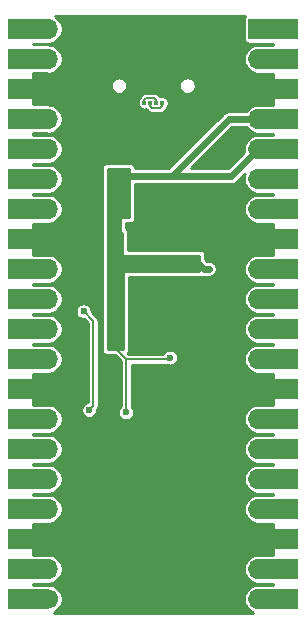
<source format=gbl>
G04 #@! TF.GenerationSoftware,KiCad,Pcbnew,(5.1.10)-1*
G04 #@! TF.CreationDate,2021-07-31T08:12:49+01:00*
G04 #@! TF.ProjectId,STM32Pico,53544d33-3250-4696-936f-2e6b69636164,REV1*
G04 #@! TF.SameCoordinates,Original*
G04 #@! TF.FileFunction,Copper,L2,Bot*
G04 #@! TF.FilePolarity,Positive*
%FSLAX46Y46*%
G04 Gerber Fmt 4.6, Leading zero omitted, Abs format (unit mm)*
G04 Created by KiCad (PCBNEW (5.1.10)-1) date 2021-07-31 08:12:49*
%MOMM*%
%LPD*%
G01*
G04 APERTURE LIST*
G04 #@! TA.AperFunction,ComponentPad*
%ADD10O,1.000000X2.100000*%
G04 #@! TD*
G04 #@! TA.AperFunction,ComponentPad*
%ADD11O,1.000000X1.600000*%
G04 #@! TD*
G04 #@! TA.AperFunction,ComponentPad*
%ADD12O,1.700000X1.700000*%
G04 #@! TD*
G04 #@! TA.AperFunction,ComponentPad*
%ADD13R,1.700000X1.700000*%
G04 #@! TD*
G04 #@! TA.AperFunction,ComponentPad*
%ADD14R,3.500000X1.700000*%
G04 #@! TD*
G04 #@! TA.AperFunction,ComponentPad*
%ADD15C,1.700000*%
G04 #@! TD*
G04 #@! TA.AperFunction,ViaPad*
%ADD16C,0.600000*%
G04 #@! TD*
G04 #@! TA.AperFunction,ViaPad*
%ADD17C,0.400000*%
G04 #@! TD*
G04 #@! TA.AperFunction,Conductor*
%ADD18C,0.150000*%
G04 #@! TD*
G04 #@! TA.AperFunction,Conductor*
%ADD19C,0.600000*%
G04 #@! TD*
G04 #@! TA.AperFunction,Conductor*
%ADD20C,0.254000*%
G04 #@! TD*
G04 APERTURE END LIST*
D10*
X107960000Y-64057200D03*
X99320000Y-64057200D03*
D11*
X107960000Y-59877200D03*
X99320000Y-59877200D03*
D12*
X112550000Y-106985000D03*
X112550000Y-104445000D03*
D13*
X112550000Y-101905000D03*
D12*
X112550000Y-99365000D03*
X112550000Y-96825000D03*
X112550000Y-94285000D03*
X112550000Y-91745000D03*
D13*
X112550000Y-89205000D03*
D12*
X112550000Y-86665000D03*
X112550000Y-84125000D03*
X112550000Y-81585000D03*
X112550000Y-79045000D03*
D13*
X112550000Y-76505000D03*
D12*
X112550000Y-73965000D03*
X112550000Y-71425000D03*
X112550000Y-68885000D03*
X112550000Y-66345000D03*
D13*
X112550000Y-63805000D03*
D12*
X112550000Y-61265000D03*
D13*
X112550000Y-58725000D03*
D14*
X114250000Y-99365000D03*
X114250000Y-101905000D03*
X114250000Y-96825000D03*
X114250000Y-104445000D03*
X114250000Y-94285000D03*
X114250000Y-106985000D03*
X114250000Y-86665000D03*
X114250000Y-91745000D03*
X114250000Y-84125000D03*
X114250000Y-73965000D03*
X114250000Y-71425000D03*
X114250000Y-68885000D03*
X114250000Y-61265000D03*
X114250000Y-89205000D03*
X114250000Y-76505000D03*
X114250000Y-63805000D03*
X114250000Y-58725000D03*
X114250000Y-79045000D03*
X114250000Y-66345000D03*
X114250000Y-81585000D03*
D12*
X94750000Y-58725000D03*
X94750000Y-61265000D03*
D13*
X94750000Y-63805000D03*
D12*
X94750000Y-66345000D03*
X94750000Y-68885000D03*
X94750000Y-71425000D03*
X94750000Y-73965000D03*
D13*
X94750000Y-76505000D03*
D12*
X94750000Y-79045000D03*
X94750000Y-81585000D03*
X94750000Y-84125000D03*
X94750000Y-86665000D03*
D13*
X94750000Y-89205000D03*
D12*
X94750000Y-91745000D03*
X94750000Y-94285000D03*
X94750000Y-96825000D03*
X94750000Y-99365000D03*
D13*
X94750000Y-101905000D03*
D12*
X94750000Y-104445000D03*
D15*
X94750000Y-106985000D03*
D14*
X93050000Y-104445000D03*
X93050000Y-73965000D03*
X93050000Y-99365000D03*
X93050000Y-94285000D03*
X93050000Y-89205000D03*
X93050000Y-86665000D03*
X93050000Y-71425000D03*
X93060000Y-79045000D03*
X93050000Y-68885000D03*
X93050000Y-61255000D03*
X93050000Y-66335000D03*
X93040000Y-91745000D03*
X93050000Y-96825000D03*
X93050000Y-81585000D03*
X93050000Y-76505000D03*
X93050000Y-106985000D03*
X93050000Y-84125000D03*
X93050000Y-63805000D03*
X93050000Y-101905000D03*
X93050000Y-58725000D03*
D16*
X98671760Y-67376240D03*
X98930840Y-71191320D03*
X101491160Y-67955360D03*
X108339000Y-78054400D03*
X109253400Y-79984800D03*
X103040560Y-88107720D03*
X96779460Y-82616240D03*
X103645080Y-81879640D03*
X97061400Y-92202200D03*
X96395920Y-83967520D03*
X96639760Y-80576620D03*
X106002200Y-87071400D03*
X110421800Y-104013200D03*
X110625000Y-96317000D03*
X110752000Y-94158000D03*
X110752000Y-91440200D03*
X99423600Y-89662200D03*
X110269400Y-72822000D03*
X96248600Y-73050600D03*
X96502600Y-69367600D03*
X109482000Y-69697800D03*
X107462700Y-85280700D03*
X107312840Y-105638800D03*
X99906200Y-93553480D03*
X96624520Y-65542360D03*
X96307020Y-60294720D03*
X101354000Y-91186200D03*
X105062400Y-86538000D03*
X107196000Y-78283000D03*
X100172900Y-85496600D03*
X100261800Y-78435400D03*
X101379400Y-74384100D03*
X100805400Y-71193100D03*
X108337700Y-79018300D03*
X97744600Y-82626400D03*
X98229800Y-90962100D03*
D17*
X103894000Y-64973400D03*
X102890700Y-64973400D03*
X104402000Y-64973400D03*
X103391080Y-64973400D03*
D18*
X101354000Y-86677700D02*
X100172900Y-85496600D01*
X101354000Y-91186200D02*
X101354000Y-86677700D01*
X104922700Y-86677700D02*
X105062400Y-86538000D01*
X101354000Y-86677700D02*
X104922700Y-86677700D01*
D19*
X100805400Y-71193100D02*
X105218100Y-71193100D01*
X110066200Y-66345000D02*
X113714990Y-66345000D01*
X105218100Y-71193100D02*
X110066200Y-66345000D01*
X110241900Y-71193100D02*
X112550000Y-68885000D01*
X105218100Y-71193100D02*
X110241900Y-71193100D01*
X107931300Y-79018300D02*
X107196000Y-78283000D01*
X108337700Y-79018300D02*
X107931300Y-79018300D01*
D18*
X98560000Y-83441800D02*
X97744600Y-82626400D01*
X98560000Y-90631900D02*
X98229800Y-90962100D01*
X98560000Y-83441800D02*
X98560000Y-90631900D01*
X103894000Y-64690558D02*
X103894000Y-64973400D01*
X103751841Y-64548399D02*
X103894000Y-64690558D01*
X103032859Y-64548399D02*
X103751841Y-64548399D01*
X102890700Y-64690558D02*
X103032859Y-64548399D01*
X102890700Y-64973400D02*
X102890700Y-64690558D01*
X104402000Y-65256242D02*
X104402000Y-64973400D01*
X104259841Y-65398401D02*
X104402000Y-65256242D01*
X103533239Y-65398401D02*
X104259841Y-65398401D01*
X103391080Y-65256242D02*
X103533239Y-65398401D01*
X103391080Y-64973400D02*
X103391080Y-65256242D01*
D20*
X111385019Y-57664537D02*
X111350012Y-57730030D01*
X111328455Y-57801095D01*
X111321176Y-57875000D01*
X111321176Y-59575000D01*
X111328455Y-59648905D01*
X111350012Y-59719970D01*
X111385019Y-59785463D01*
X111432131Y-59842869D01*
X111489537Y-59889981D01*
X111555030Y-59924988D01*
X111626095Y-59946545D01*
X111700000Y-59953824D01*
X113788001Y-59953824D01*
X113788001Y-60036176D01*
X112500000Y-60036176D01*
X112481481Y-60038000D01*
X112429151Y-60038000D01*
X112192097Y-60085153D01*
X111968798Y-60177647D01*
X111767833Y-60311927D01*
X111596927Y-60482833D01*
X111462647Y-60683798D01*
X111370153Y-60907097D01*
X111323000Y-61144151D01*
X111323000Y-61385849D01*
X111370153Y-61622903D01*
X111462647Y-61846202D01*
X111596927Y-62047167D01*
X111767833Y-62218073D01*
X111968798Y-62352353D01*
X112192097Y-62444847D01*
X112429151Y-62492000D01*
X112481481Y-62492000D01*
X112500000Y-62493824D01*
X113788001Y-62493824D01*
X113788001Y-65116176D01*
X112500000Y-65116176D01*
X112481481Y-65118000D01*
X112429151Y-65118000D01*
X112192097Y-65165153D01*
X111968798Y-65257647D01*
X111767833Y-65391927D01*
X111596927Y-65562833D01*
X111526657Y-65668000D01*
X110099452Y-65668000D01*
X110066200Y-65664725D01*
X109933485Y-65677796D01*
X109805870Y-65716508D01*
X109688259Y-65779372D01*
X109641173Y-65818015D01*
X109585173Y-65863973D01*
X109563978Y-65889799D01*
X104937678Y-70516100D01*
X102074102Y-70516100D01*
X102073898Y-70446001D01*
X102066656Y-70373551D01*
X102045203Y-70302828D01*
X102010364Y-70237650D01*
X101963479Y-70180521D01*
X101906350Y-70133636D01*
X101841172Y-70098797D01*
X101770449Y-70077344D01*
X101696900Y-70070100D01*
X99677600Y-70070100D01*
X99604051Y-70077344D01*
X99533328Y-70098797D01*
X99468150Y-70133636D01*
X99411021Y-70180521D01*
X99364136Y-70237650D01*
X99329297Y-70302828D01*
X99307844Y-70373551D01*
X99300600Y-70447100D01*
X99300600Y-78918000D01*
X99287901Y-85953119D01*
X99295144Y-86027349D01*
X99316597Y-86098072D01*
X99351436Y-86163250D01*
X99398321Y-86220379D01*
X99455450Y-86267264D01*
X99520628Y-86302103D01*
X99591351Y-86323556D01*
X99664900Y-86330800D01*
X100367877Y-86330800D01*
X100902001Y-86864925D01*
X100902000Y-90680777D01*
X100828140Y-90754637D01*
X100754050Y-90865520D01*
X100703016Y-90988726D01*
X100677000Y-91119521D01*
X100677000Y-91252879D01*
X100703016Y-91383674D01*
X100754050Y-91506880D01*
X100828140Y-91617763D01*
X100922437Y-91712060D01*
X101033320Y-91786150D01*
X101156526Y-91837184D01*
X101287321Y-91863200D01*
X101420679Y-91863200D01*
X101551474Y-91837184D01*
X101674680Y-91786150D01*
X101785563Y-91712060D01*
X101879860Y-91617763D01*
X101953950Y-91506880D01*
X102004984Y-91383674D01*
X102031000Y-91252879D01*
X102031000Y-91119521D01*
X102004984Y-90988726D01*
X101953950Y-90865520D01*
X101879860Y-90754637D01*
X101806000Y-90680777D01*
X101806000Y-87129700D01*
X104729373Y-87129700D01*
X104741720Y-87137950D01*
X104864926Y-87188984D01*
X104995721Y-87215000D01*
X105129079Y-87215000D01*
X105259874Y-87188984D01*
X105383080Y-87137950D01*
X105493963Y-87063860D01*
X105588260Y-86969563D01*
X105662350Y-86858680D01*
X105713384Y-86735474D01*
X105739400Y-86604679D01*
X105739400Y-86471321D01*
X105713384Y-86340526D01*
X105662350Y-86217320D01*
X105588260Y-86106437D01*
X105493963Y-86012140D01*
X105383080Y-85938050D01*
X105259874Y-85887016D01*
X105129079Y-85861000D01*
X104995721Y-85861000D01*
X104864926Y-85887016D01*
X104741720Y-85938050D01*
X104630837Y-86012140D01*
X104536540Y-86106437D01*
X104462450Y-86217320D01*
X104458979Y-86225700D01*
X101541224Y-86225700D01*
X101491757Y-86176233D01*
X101501985Y-86163815D01*
X101536942Y-86098700D01*
X101558523Y-86028016D01*
X101565899Y-85954481D01*
X101577095Y-79752200D01*
X107678600Y-79752200D01*
X107752149Y-79744956D01*
X107822872Y-79723503D01*
X107879122Y-79693436D01*
X107898048Y-79695300D01*
X107898057Y-79695300D01*
X107931299Y-79698574D01*
X107964541Y-79695300D01*
X108404379Y-79695300D01*
X108437164Y-79688779D01*
X108470415Y-79685504D01*
X108502385Y-79675806D01*
X108535174Y-79669284D01*
X108566064Y-79656489D01*
X108598030Y-79646792D01*
X108627492Y-79631044D01*
X108658380Y-79618250D01*
X108686176Y-79599677D01*
X108715641Y-79583928D01*
X108741469Y-79562732D01*
X108769263Y-79544160D01*
X108792901Y-79520522D01*
X108818727Y-79499327D01*
X108839922Y-79473501D01*
X108863560Y-79449863D01*
X108882132Y-79422069D01*
X108903328Y-79396241D01*
X108919077Y-79366776D01*
X108937650Y-79338980D01*
X108950444Y-79308092D01*
X108966192Y-79278630D01*
X108975889Y-79246664D01*
X108988684Y-79215774D01*
X108995206Y-79182985D01*
X109004904Y-79151015D01*
X109008179Y-79117764D01*
X109014700Y-79084979D01*
X109014700Y-79051552D01*
X109017975Y-79018300D01*
X109014700Y-78985048D01*
X109014700Y-78951621D01*
X109008179Y-78918836D01*
X109004904Y-78885585D01*
X108995206Y-78853615D01*
X108988684Y-78820826D01*
X108975889Y-78789936D01*
X108966192Y-78757970D01*
X108950444Y-78728508D01*
X108937650Y-78697620D01*
X108919077Y-78669824D01*
X108903328Y-78640359D01*
X108882132Y-78614531D01*
X108863560Y-78586737D01*
X108839922Y-78563099D01*
X108818727Y-78537273D01*
X108792901Y-78516078D01*
X108769263Y-78492440D01*
X108741469Y-78473868D01*
X108715641Y-78452672D01*
X108686176Y-78436923D01*
X108658380Y-78418350D01*
X108627492Y-78405556D01*
X108598030Y-78389808D01*
X108566064Y-78380111D01*
X108535174Y-78367316D01*
X108502385Y-78360794D01*
X108470415Y-78351096D01*
X108437164Y-78347821D01*
X108404379Y-78341300D01*
X108211722Y-78341300D01*
X108055600Y-78185178D01*
X108055600Y-77775000D01*
X108048356Y-77701451D01*
X108026903Y-77630728D01*
X107992064Y-77565550D01*
X107945179Y-77508421D01*
X107888050Y-77461536D01*
X107822872Y-77426697D01*
X107752149Y-77405244D01*
X107678600Y-77398000D01*
X101489700Y-77398000D01*
X101489700Y-75844600D01*
X101482456Y-75771051D01*
X101461003Y-75700328D01*
X101426164Y-75635150D01*
X101379279Y-75578021D01*
X101350000Y-75553992D01*
X101350000Y-75180200D01*
X101709600Y-75180200D01*
X101784227Y-75172740D01*
X101854886Y-75151080D01*
X101919963Y-75116052D01*
X101976955Y-75069001D01*
X102023673Y-75011735D01*
X102058322Y-74946456D01*
X102079569Y-74875671D01*
X102086598Y-74802101D01*
X102078050Y-71870100D01*
X105184855Y-71870100D01*
X105218100Y-71873374D01*
X105251345Y-71870100D01*
X110208655Y-71870100D01*
X110241900Y-71873374D01*
X110275145Y-71870100D01*
X110275152Y-71870100D01*
X110374615Y-71860304D01*
X110502230Y-71821592D01*
X110619841Y-71758728D01*
X110722927Y-71674127D01*
X110744126Y-71648296D01*
X111401851Y-70990571D01*
X111370153Y-71067097D01*
X111323000Y-71304151D01*
X111323000Y-71545849D01*
X111370153Y-71782903D01*
X111462647Y-72006202D01*
X111596927Y-72207167D01*
X111767833Y-72378073D01*
X111968798Y-72512353D01*
X112192097Y-72604847D01*
X112429151Y-72652000D01*
X112481481Y-72652000D01*
X112500000Y-72653824D01*
X113788001Y-72653824D01*
X113788001Y-72736176D01*
X112500000Y-72736176D01*
X112481481Y-72738000D01*
X112429151Y-72738000D01*
X112192097Y-72785153D01*
X111968798Y-72877647D01*
X111767833Y-73011927D01*
X111596927Y-73182833D01*
X111462647Y-73383798D01*
X111370153Y-73607097D01*
X111323000Y-73844151D01*
X111323000Y-74085849D01*
X111370153Y-74322903D01*
X111462647Y-74546202D01*
X111596927Y-74747167D01*
X111767833Y-74918073D01*
X111968798Y-75052353D01*
X112192097Y-75144847D01*
X112429151Y-75192000D01*
X112481481Y-75192000D01*
X112500000Y-75193824D01*
X113788001Y-75193824D01*
X113788001Y-77816176D01*
X112500000Y-77816176D01*
X112481481Y-77818000D01*
X112429151Y-77818000D01*
X112192097Y-77865153D01*
X111968798Y-77957647D01*
X111767833Y-78091927D01*
X111596927Y-78262833D01*
X111462647Y-78463798D01*
X111370153Y-78687097D01*
X111323000Y-78924151D01*
X111323000Y-79165849D01*
X111370153Y-79402903D01*
X111462647Y-79626202D01*
X111596927Y-79827167D01*
X111767833Y-79998073D01*
X111968798Y-80132353D01*
X112192097Y-80224847D01*
X112429151Y-80272000D01*
X112481481Y-80272000D01*
X112500000Y-80273824D01*
X113788001Y-80273824D01*
X113788001Y-80356176D01*
X112500000Y-80356176D01*
X112481481Y-80358000D01*
X112429151Y-80358000D01*
X112192097Y-80405153D01*
X111968798Y-80497647D01*
X111767833Y-80631927D01*
X111596927Y-80802833D01*
X111462647Y-81003798D01*
X111370153Y-81227097D01*
X111323000Y-81464151D01*
X111323000Y-81705849D01*
X111370153Y-81942903D01*
X111462647Y-82166202D01*
X111596927Y-82367167D01*
X111767833Y-82538073D01*
X111968798Y-82672353D01*
X112192097Y-82764847D01*
X112429151Y-82812000D01*
X112481481Y-82812000D01*
X112500000Y-82813824D01*
X113788001Y-82813824D01*
X113788000Y-82896176D01*
X112500000Y-82896176D01*
X112481481Y-82898000D01*
X112429151Y-82898000D01*
X112192097Y-82945153D01*
X111968798Y-83037647D01*
X111767833Y-83171927D01*
X111596927Y-83342833D01*
X111462647Y-83543798D01*
X111370153Y-83767097D01*
X111323000Y-84004151D01*
X111323000Y-84245849D01*
X111370153Y-84482903D01*
X111462647Y-84706202D01*
X111596927Y-84907167D01*
X111767833Y-85078073D01*
X111968798Y-85212353D01*
X112192097Y-85304847D01*
X112429151Y-85352000D01*
X112481481Y-85352000D01*
X112500000Y-85353824D01*
X113788000Y-85353824D01*
X113788000Y-85436176D01*
X112500000Y-85436176D01*
X112481481Y-85438000D01*
X112429151Y-85438000D01*
X112192097Y-85485153D01*
X111968798Y-85577647D01*
X111767833Y-85711927D01*
X111596927Y-85882833D01*
X111462647Y-86083798D01*
X111370153Y-86307097D01*
X111323000Y-86544151D01*
X111323000Y-86785849D01*
X111370153Y-87022903D01*
X111462647Y-87246202D01*
X111596927Y-87447167D01*
X111767833Y-87618073D01*
X111968798Y-87752353D01*
X112192097Y-87844847D01*
X112429151Y-87892000D01*
X112481481Y-87892000D01*
X112500000Y-87893824D01*
X113788000Y-87893824D01*
X113788000Y-90516176D01*
X112500000Y-90516176D01*
X112481481Y-90518000D01*
X112429151Y-90518000D01*
X112192097Y-90565153D01*
X111968798Y-90657647D01*
X111767833Y-90791927D01*
X111596927Y-90962833D01*
X111462647Y-91163798D01*
X111370153Y-91387097D01*
X111323000Y-91624151D01*
X111323000Y-91865849D01*
X111370153Y-92102903D01*
X111462647Y-92326202D01*
X111596927Y-92527167D01*
X111767833Y-92698073D01*
X111968798Y-92832353D01*
X112192097Y-92924847D01*
X112429151Y-92972000D01*
X112481481Y-92972000D01*
X112500000Y-92973824D01*
X113788000Y-92973824D01*
X113788000Y-93056176D01*
X112500000Y-93056176D01*
X112481481Y-93058000D01*
X112429151Y-93058000D01*
X112192097Y-93105153D01*
X111968798Y-93197647D01*
X111767833Y-93331927D01*
X111596927Y-93502833D01*
X111462647Y-93703798D01*
X111370153Y-93927097D01*
X111323000Y-94164151D01*
X111323000Y-94405849D01*
X111370153Y-94642903D01*
X111462647Y-94866202D01*
X111596927Y-95067167D01*
X111767833Y-95238073D01*
X111968798Y-95372353D01*
X112192097Y-95464847D01*
X112429151Y-95512000D01*
X112481481Y-95512000D01*
X112500000Y-95513824D01*
X113788000Y-95513824D01*
X113788000Y-95596176D01*
X112500000Y-95596176D01*
X112481481Y-95598000D01*
X112429151Y-95598000D01*
X112192097Y-95645153D01*
X111968798Y-95737647D01*
X111767833Y-95871927D01*
X111596927Y-96042833D01*
X111462647Y-96243798D01*
X111370153Y-96467097D01*
X111323000Y-96704151D01*
X111323000Y-96945849D01*
X111370153Y-97182903D01*
X111462647Y-97406202D01*
X111596927Y-97607167D01*
X111767833Y-97778073D01*
X111968798Y-97912353D01*
X112192097Y-98004847D01*
X112429151Y-98052000D01*
X112481481Y-98052000D01*
X112500000Y-98053824D01*
X113788000Y-98053824D01*
X113788000Y-98136176D01*
X112500000Y-98136176D01*
X112481481Y-98138000D01*
X112429151Y-98138000D01*
X112192097Y-98185153D01*
X111968798Y-98277647D01*
X111767833Y-98411927D01*
X111596927Y-98582833D01*
X111462647Y-98783798D01*
X111370153Y-99007097D01*
X111323000Y-99244151D01*
X111323000Y-99485849D01*
X111370153Y-99722903D01*
X111462647Y-99946202D01*
X111596927Y-100147167D01*
X111767833Y-100318073D01*
X111968798Y-100452353D01*
X112192097Y-100544847D01*
X112429151Y-100592000D01*
X112481481Y-100592000D01*
X112500000Y-100593824D01*
X113788000Y-100593824D01*
X113788000Y-103216176D01*
X112500000Y-103216176D01*
X112481481Y-103218000D01*
X112429151Y-103218000D01*
X112192097Y-103265153D01*
X111968798Y-103357647D01*
X111767833Y-103491927D01*
X111596927Y-103662833D01*
X111462647Y-103863798D01*
X111370153Y-104087097D01*
X111323000Y-104324151D01*
X111323000Y-104565849D01*
X111370153Y-104802903D01*
X111462647Y-105026202D01*
X111596927Y-105227167D01*
X111767833Y-105398073D01*
X111968798Y-105532353D01*
X112192097Y-105624847D01*
X112429151Y-105672000D01*
X112481481Y-105672000D01*
X112500000Y-105673824D01*
X113788000Y-105673824D01*
X113788000Y-105756176D01*
X112500000Y-105756176D01*
X112481481Y-105758000D01*
X112429151Y-105758000D01*
X112192097Y-105805153D01*
X111968798Y-105897647D01*
X111767833Y-106031927D01*
X111596927Y-106202833D01*
X111462647Y-106403798D01*
X111370153Y-106627097D01*
X111323000Y-106864151D01*
X111323000Y-107105849D01*
X111370153Y-107342903D01*
X111462647Y-107566202D01*
X111596927Y-107767167D01*
X111767833Y-107938073D01*
X111968798Y-108072353D01*
X112091070Y-108123000D01*
X95208930Y-108123000D01*
X95331202Y-108072353D01*
X95532167Y-107938073D01*
X95703073Y-107767167D01*
X95837353Y-107566202D01*
X95929847Y-107342903D01*
X95977000Y-107105849D01*
X95977000Y-106864151D01*
X95929847Y-106627097D01*
X95837353Y-106403798D01*
X95703073Y-106202833D01*
X95532167Y-106031927D01*
X95331202Y-105897647D01*
X95107903Y-105805153D01*
X94870849Y-105758000D01*
X94818519Y-105758000D01*
X94800000Y-105756176D01*
X93502000Y-105756176D01*
X93502000Y-105673824D01*
X94800000Y-105673824D01*
X94818519Y-105672000D01*
X94870849Y-105672000D01*
X95107903Y-105624847D01*
X95331202Y-105532353D01*
X95532167Y-105398073D01*
X95703073Y-105227167D01*
X95837353Y-105026202D01*
X95929847Y-104802903D01*
X95977000Y-104565849D01*
X95977000Y-104324151D01*
X95929847Y-104087097D01*
X95837353Y-103863798D01*
X95703073Y-103662833D01*
X95532167Y-103491927D01*
X95331202Y-103357647D01*
X95107903Y-103265153D01*
X94870849Y-103218000D01*
X94818519Y-103218000D01*
X94800000Y-103216176D01*
X93502000Y-103216176D01*
X93502000Y-100593824D01*
X94800000Y-100593824D01*
X94818519Y-100592000D01*
X94870849Y-100592000D01*
X95107903Y-100544847D01*
X95331202Y-100452353D01*
X95532167Y-100318073D01*
X95703073Y-100147167D01*
X95837353Y-99946202D01*
X95929847Y-99722903D01*
X95977000Y-99485849D01*
X95977000Y-99244151D01*
X95929847Y-99007097D01*
X95837353Y-98783798D01*
X95703073Y-98582833D01*
X95532167Y-98411927D01*
X95331202Y-98277647D01*
X95107903Y-98185153D01*
X94870849Y-98138000D01*
X94818519Y-98138000D01*
X94800000Y-98136176D01*
X93502000Y-98136176D01*
X93502000Y-98053824D01*
X94800000Y-98053824D01*
X94818519Y-98052000D01*
X94870849Y-98052000D01*
X95107903Y-98004847D01*
X95331202Y-97912353D01*
X95532167Y-97778073D01*
X95703073Y-97607167D01*
X95837353Y-97406202D01*
X95929847Y-97182903D01*
X95977000Y-96945849D01*
X95977000Y-96704151D01*
X95929847Y-96467097D01*
X95837353Y-96243798D01*
X95703073Y-96042833D01*
X95532167Y-95871927D01*
X95331202Y-95737647D01*
X95107903Y-95645153D01*
X94870849Y-95598000D01*
X94818519Y-95598000D01*
X94800000Y-95596176D01*
X93502000Y-95596176D01*
X93502000Y-95513824D01*
X94800000Y-95513824D01*
X94818519Y-95512000D01*
X94870849Y-95512000D01*
X95107903Y-95464847D01*
X95331202Y-95372353D01*
X95532167Y-95238073D01*
X95703073Y-95067167D01*
X95837353Y-94866202D01*
X95929847Y-94642903D01*
X95977000Y-94405849D01*
X95977000Y-94164151D01*
X95929847Y-93927097D01*
X95837353Y-93703798D01*
X95703073Y-93502833D01*
X95532167Y-93331927D01*
X95331202Y-93197647D01*
X95107903Y-93105153D01*
X94870849Y-93058000D01*
X94818519Y-93058000D01*
X94800000Y-93056176D01*
X93502000Y-93056176D01*
X93502000Y-92973824D01*
X94790000Y-92973824D01*
X94808519Y-92972000D01*
X94870849Y-92972000D01*
X95107903Y-92924847D01*
X95331202Y-92832353D01*
X95532167Y-92698073D01*
X95703073Y-92527167D01*
X95837353Y-92326202D01*
X95929847Y-92102903D01*
X95977000Y-91865849D01*
X95977000Y-91624151D01*
X95929847Y-91387097D01*
X95837353Y-91163798D01*
X95703073Y-90962833D01*
X95532167Y-90791927D01*
X95331202Y-90657647D01*
X95107903Y-90565153D01*
X94870849Y-90518000D01*
X94808519Y-90518000D01*
X94790000Y-90516176D01*
X93502000Y-90516176D01*
X93502000Y-87893824D01*
X94800000Y-87893824D01*
X94818519Y-87892000D01*
X94870849Y-87892000D01*
X95107903Y-87844847D01*
X95331202Y-87752353D01*
X95532167Y-87618073D01*
X95703073Y-87447167D01*
X95837353Y-87246202D01*
X95929847Y-87022903D01*
X95977000Y-86785849D01*
X95977000Y-86544151D01*
X95929847Y-86307097D01*
X95837353Y-86083798D01*
X95703073Y-85882833D01*
X95532167Y-85711927D01*
X95331202Y-85577647D01*
X95107903Y-85485153D01*
X94870849Y-85438000D01*
X94818519Y-85438000D01*
X94800000Y-85436176D01*
X93502000Y-85436176D01*
X93502000Y-85353824D01*
X94800000Y-85353824D01*
X94818519Y-85352000D01*
X94870849Y-85352000D01*
X95107903Y-85304847D01*
X95331202Y-85212353D01*
X95532167Y-85078073D01*
X95703073Y-84907167D01*
X95837353Y-84706202D01*
X95929847Y-84482903D01*
X95977000Y-84245849D01*
X95977000Y-84004151D01*
X95929847Y-83767097D01*
X95837353Y-83543798D01*
X95703073Y-83342833D01*
X95532167Y-83171927D01*
X95331202Y-83037647D01*
X95107903Y-82945153D01*
X94870849Y-82898000D01*
X94818519Y-82898000D01*
X94800000Y-82896176D01*
X93502000Y-82896176D01*
X93502000Y-82813824D01*
X94800000Y-82813824D01*
X94818519Y-82812000D01*
X94870849Y-82812000D01*
X95107903Y-82764847D01*
X95331202Y-82672353D01*
X95499768Y-82559721D01*
X97067600Y-82559721D01*
X97067600Y-82693079D01*
X97093616Y-82823874D01*
X97144650Y-82947080D01*
X97218740Y-83057963D01*
X97313037Y-83152260D01*
X97423920Y-83226350D01*
X97547126Y-83277384D01*
X97677921Y-83303400D01*
X97782377Y-83303400D01*
X98108000Y-83629024D01*
X98108001Y-90296064D01*
X98032326Y-90311116D01*
X97909120Y-90362150D01*
X97798237Y-90436240D01*
X97703940Y-90530537D01*
X97629850Y-90641420D01*
X97578816Y-90764626D01*
X97552800Y-90895421D01*
X97552800Y-91028779D01*
X97578816Y-91159574D01*
X97629850Y-91282780D01*
X97703940Y-91393663D01*
X97798237Y-91487960D01*
X97909120Y-91562050D01*
X98032326Y-91613084D01*
X98163121Y-91639100D01*
X98296479Y-91639100D01*
X98427274Y-91613084D01*
X98550480Y-91562050D01*
X98661363Y-91487960D01*
X98755660Y-91393663D01*
X98829750Y-91282780D01*
X98880784Y-91159574D01*
X98906800Y-91028779D01*
X98906800Y-90921815D01*
X98937643Y-90884233D01*
X98979614Y-90805710D01*
X99005460Y-90720507D01*
X99012000Y-90654105D01*
X99014187Y-90631901D01*
X99012000Y-90609696D01*
X99012000Y-83464005D01*
X99014187Y-83441800D01*
X99005460Y-83353192D01*
X98979614Y-83267990D01*
X98957357Y-83226350D01*
X98937643Y-83189467D01*
X98881159Y-83120641D01*
X98863906Y-83106482D01*
X98421600Y-82664177D01*
X98421600Y-82559721D01*
X98395584Y-82428926D01*
X98344550Y-82305720D01*
X98270460Y-82194837D01*
X98176163Y-82100540D01*
X98065280Y-82026450D01*
X97942074Y-81975416D01*
X97811279Y-81949400D01*
X97677921Y-81949400D01*
X97547126Y-81975416D01*
X97423920Y-82026450D01*
X97313037Y-82100540D01*
X97218740Y-82194837D01*
X97144650Y-82305720D01*
X97093616Y-82428926D01*
X97067600Y-82559721D01*
X95499768Y-82559721D01*
X95532167Y-82538073D01*
X95703073Y-82367167D01*
X95837353Y-82166202D01*
X95929847Y-81942903D01*
X95977000Y-81705849D01*
X95977000Y-81464151D01*
X95929847Y-81227097D01*
X95837353Y-81003798D01*
X95703073Y-80802833D01*
X95532167Y-80631927D01*
X95331202Y-80497647D01*
X95107903Y-80405153D01*
X94870849Y-80358000D01*
X94818519Y-80358000D01*
X94800000Y-80356176D01*
X93502000Y-80356176D01*
X93502000Y-80273824D01*
X94810000Y-80273824D01*
X94828519Y-80272000D01*
X94870849Y-80272000D01*
X95107903Y-80224847D01*
X95331202Y-80132353D01*
X95532167Y-79998073D01*
X95703073Y-79827167D01*
X95837353Y-79626202D01*
X95929847Y-79402903D01*
X95977000Y-79165849D01*
X95977000Y-78924151D01*
X95929847Y-78687097D01*
X95837353Y-78463798D01*
X95703073Y-78262833D01*
X95532167Y-78091927D01*
X95331202Y-77957647D01*
X95107903Y-77865153D01*
X94870849Y-77818000D01*
X94828519Y-77818000D01*
X94810000Y-77816176D01*
X93502000Y-77816176D01*
X93502000Y-75193824D01*
X94800000Y-75193824D01*
X94818519Y-75192000D01*
X94870849Y-75192000D01*
X95107903Y-75144847D01*
X95331202Y-75052353D01*
X95532167Y-74918073D01*
X95703073Y-74747167D01*
X95837353Y-74546202D01*
X95929847Y-74322903D01*
X95977000Y-74085849D01*
X95977000Y-73844151D01*
X95929847Y-73607097D01*
X95837353Y-73383798D01*
X95703073Y-73182833D01*
X95532167Y-73011927D01*
X95331202Y-72877647D01*
X95107903Y-72785153D01*
X94870849Y-72738000D01*
X94818519Y-72738000D01*
X94800000Y-72736176D01*
X93502000Y-72736176D01*
X93502000Y-72653824D01*
X94800000Y-72653824D01*
X94818519Y-72652000D01*
X94870849Y-72652000D01*
X95107903Y-72604847D01*
X95331202Y-72512353D01*
X95532167Y-72378073D01*
X95703073Y-72207167D01*
X95837353Y-72006202D01*
X95929847Y-71782903D01*
X95977000Y-71545849D01*
X95977000Y-71304151D01*
X95929847Y-71067097D01*
X95837353Y-70843798D01*
X95703073Y-70642833D01*
X95532167Y-70471927D01*
X95331202Y-70337647D01*
X95107903Y-70245153D01*
X94870849Y-70198000D01*
X94818519Y-70198000D01*
X94800000Y-70196176D01*
X93502000Y-70196176D01*
X93502000Y-70113824D01*
X94800000Y-70113824D01*
X94818519Y-70112000D01*
X94870849Y-70112000D01*
X95107903Y-70064847D01*
X95331202Y-69972353D01*
X95532167Y-69838073D01*
X95703073Y-69667167D01*
X95837353Y-69466202D01*
X95929847Y-69242903D01*
X95977000Y-69005849D01*
X95977000Y-68764151D01*
X95929847Y-68527097D01*
X95837353Y-68303798D01*
X95703073Y-68102833D01*
X95532167Y-67931927D01*
X95331202Y-67797647D01*
X95107903Y-67705153D01*
X94870849Y-67658000D01*
X94818519Y-67658000D01*
X94800000Y-67656176D01*
X93502000Y-67656176D01*
X93502000Y-67563824D01*
X94588047Y-67563824D01*
X94629151Y-67572000D01*
X94870849Y-67572000D01*
X95107903Y-67524847D01*
X95331202Y-67432353D01*
X95532167Y-67298073D01*
X95703073Y-67127167D01*
X95837353Y-66926202D01*
X95929847Y-66702903D01*
X95977000Y-66465849D01*
X95977000Y-66224151D01*
X95929847Y-65987097D01*
X95837353Y-65763798D01*
X95703073Y-65562833D01*
X95532167Y-65391927D01*
X95331202Y-65257647D01*
X95107903Y-65165153D01*
X94923248Y-65128423D01*
X94873905Y-65113455D01*
X94800000Y-65106176D01*
X93502000Y-65106176D01*
X93502000Y-64916570D01*
X102313700Y-64916570D01*
X102313700Y-65030230D01*
X102335874Y-65141705D01*
X102379369Y-65246712D01*
X102442515Y-65341216D01*
X102522884Y-65421585D01*
X102617388Y-65484731D01*
X102722395Y-65528226D01*
X102833870Y-65550400D01*
X102947530Y-65550400D01*
X103033697Y-65533260D01*
X103069922Y-65577401D01*
X103087175Y-65591560D01*
X103197919Y-65702305D01*
X103212080Y-65719560D01*
X103280906Y-65776044D01*
X103359429Y-65818015D01*
X103444631Y-65843861D01*
X103533238Y-65852588D01*
X103555443Y-65850401D01*
X104237636Y-65850401D01*
X104259841Y-65852588D01*
X104282046Y-65850401D01*
X104348448Y-65843861D01*
X104433651Y-65818015D01*
X104512174Y-65776044D01*
X104581000Y-65719560D01*
X104595164Y-65702302D01*
X104705905Y-65591561D01*
X104723159Y-65577401D01*
X104779643Y-65508575D01*
X104821614Y-65430052D01*
X104845581Y-65351043D01*
X104847460Y-65344850D01*
X104847559Y-65343842D01*
X104850185Y-65341216D01*
X104913331Y-65246712D01*
X104956826Y-65141705D01*
X104979000Y-65030230D01*
X104979000Y-64916570D01*
X104956826Y-64805095D01*
X104913331Y-64700088D01*
X104850185Y-64605584D01*
X104769816Y-64525215D01*
X104675312Y-64462069D01*
X104570305Y-64418574D01*
X104458830Y-64396400D01*
X104345170Y-64396400D01*
X104252454Y-64414843D01*
X104215159Y-64369399D01*
X104197905Y-64355239D01*
X104087164Y-64244498D01*
X104073000Y-64227240D01*
X104004174Y-64170756D01*
X103925651Y-64128785D01*
X103840448Y-64102939D01*
X103774046Y-64096399D01*
X103751841Y-64094212D01*
X103729636Y-64096399D01*
X103055063Y-64096399D01*
X103032858Y-64094212D01*
X102944251Y-64102939D01*
X102859049Y-64128785D01*
X102780526Y-64170756D01*
X102711700Y-64227240D01*
X102697539Y-64244495D01*
X102586795Y-64355240D01*
X102569542Y-64369399D01*
X102513058Y-64438225D01*
X102471086Y-64516748D01*
X102459851Y-64553786D01*
X102445240Y-64601951D01*
X102445141Y-64602958D01*
X102442515Y-64605584D01*
X102379369Y-64700088D01*
X102335874Y-64805095D01*
X102313700Y-64916570D01*
X93502000Y-64916570D01*
X93502000Y-63458059D01*
X100048000Y-63458059D01*
X100048000Y-63596341D01*
X100074977Y-63731966D01*
X100127895Y-63859722D01*
X100204721Y-63974699D01*
X100302501Y-64072479D01*
X100417478Y-64149305D01*
X100545234Y-64202223D01*
X100680859Y-64229200D01*
X100819141Y-64229200D01*
X100954766Y-64202223D01*
X101082522Y-64149305D01*
X101197499Y-64072479D01*
X101295279Y-63974699D01*
X101372105Y-63859722D01*
X101425023Y-63731966D01*
X101452000Y-63596341D01*
X101452000Y-63458059D01*
X105828000Y-63458059D01*
X105828000Y-63596341D01*
X105854977Y-63731966D01*
X105907895Y-63859722D01*
X105984721Y-63974699D01*
X106082501Y-64072479D01*
X106197478Y-64149305D01*
X106325234Y-64202223D01*
X106460859Y-64229200D01*
X106599141Y-64229200D01*
X106734766Y-64202223D01*
X106862522Y-64149305D01*
X106977499Y-64072479D01*
X107075279Y-63974699D01*
X107152105Y-63859722D01*
X107205023Y-63731966D01*
X107232000Y-63596341D01*
X107232000Y-63458059D01*
X107205023Y-63322434D01*
X107152105Y-63194678D01*
X107075279Y-63079701D01*
X106977499Y-62981921D01*
X106862522Y-62905095D01*
X106734766Y-62852177D01*
X106599141Y-62825200D01*
X106460859Y-62825200D01*
X106325234Y-62852177D01*
X106197478Y-62905095D01*
X106082501Y-62981921D01*
X105984721Y-63079701D01*
X105907895Y-63194678D01*
X105854977Y-63322434D01*
X105828000Y-63458059D01*
X101452000Y-63458059D01*
X101425023Y-63322434D01*
X101372105Y-63194678D01*
X101295279Y-63079701D01*
X101197499Y-62981921D01*
X101082522Y-62905095D01*
X100954766Y-62852177D01*
X100819141Y-62825200D01*
X100680859Y-62825200D01*
X100545234Y-62852177D01*
X100417478Y-62905095D01*
X100302501Y-62981921D01*
X100204721Y-63079701D01*
X100127895Y-63194678D01*
X100074977Y-63322434D01*
X100048000Y-63458059D01*
X93502000Y-63458059D01*
X93502000Y-62483824D01*
X94588047Y-62483824D01*
X94629151Y-62492000D01*
X94870849Y-62492000D01*
X95107903Y-62444847D01*
X95331202Y-62352353D01*
X95532167Y-62218073D01*
X95703073Y-62047167D01*
X95837353Y-61846202D01*
X95929847Y-61622903D01*
X95977000Y-61385849D01*
X95977000Y-61144151D01*
X95929847Y-60907097D01*
X95837353Y-60683798D01*
X95703073Y-60482833D01*
X95532167Y-60311927D01*
X95331202Y-60177647D01*
X95107903Y-60085153D01*
X94923248Y-60048423D01*
X94873905Y-60033455D01*
X94800000Y-60026176D01*
X93502000Y-60026176D01*
X93502000Y-59953824D01*
X94800000Y-59953824D01*
X94818519Y-59952000D01*
X94870849Y-59952000D01*
X95107903Y-59904847D01*
X95331202Y-59812353D01*
X95532167Y-59678073D01*
X95703073Y-59507167D01*
X95837353Y-59306202D01*
X95929847Y-59082903D01*
X95977000Y-58845849D01*
X95977000Y-58604151D01*
X95929847Y-58367097D01*
X95837353Y-58143798D01*
X95703073Y-57942833D01*
X95532167Y-57771927D01*
X95331202Y-57637647D01*
X95305498Y-57627000D01*
X111415825Y-57627000D01*
X111385019Y-57664537D01*
G04 #@! TA.AperFunction,Conductor*
D18*
G36*
X111385019Y-57664537D02*
G01*
X111350012Y-57730030D01*
X111328455Y-57801095D01*
X111321176Y-57875000D01*
X111321176Y-59575000D01*
X111328455Y-59648905D01*
X111350012Y-59719970D01*
X111385019Y-59785463D01*
X111432131Y-59842869D01*
X111489537Y-59889981D01*
X111555030Y-59924988D01*
X111626095Y-59946545D01*
X111700000Y-59953824D01*
X113788001Y-59953824D01*
X113788001Y-60036176D01*
X112500000Y-60036176D01*
X112481481Y-60038000D01*
X112429151Y-60038000D01*
X112192097Y-60085153D01*
X111968798Y-60177647D01*
X111767833Y-60311927D01*
X111596927Y-60482833D01*
X111462647Y-60683798D01*
X111370153Y-60907097D01*
X111323000Y-61144151D01*
X111323000Y-61385849D01*
X111370153Y-61622903D01*
X111462647Y-61846202D01*
X111596927Y-62047167D01*
X111767833Y-62218073D01*
X111968798Y-62352353D01*
X112192097Y-62444847D01*
X112429151Y-62492000D01*
X112481481Y-62492000D01*
X112500000Y-62493824D01*
X113788001Y-62493824D01*
X113788001Y-65116176D01*
X112500000Y-65116176D01*
X112481481Y-65118000D01*
X112429151Y-65118000D01*
X112192097Y-65165153D01*
X111968798Y-65257647D01*
X111767833Y-65391927D01*
X111596927Y-65562833D01*
X111526657Y-65668000D01*
X110099452Y-65668000D01*
X110066200Y-65664725D01*
X109933485Y-65677796D01*
X109805870Y-65716508D01*
X109688259Y-65779372D01*
X109641173Y-65818015D01*
X109585173Y-65863973D01*
X109563978Y-65889799D01*
X104937678Y-70516100D01*
X102074102Y-70516100D01*
X102073898Y-70446001D01*
X102066656Y-70373551D01*
X102045203Y-70302828D01*
X102010364Y-70237650D01*
X101963479Y-70180521D01*
X101906350Y-70133636D01*
X101841172Y-70098797D01*
X101770449Y-70077344D01*
X101696900Y-70070100D01*
X99677600Y-70070100D01*
X99604051Y-70077344D01*
X99533328Y-70098797D01*
X99468150Y-70133636D01*
X99411021Y-70180521D01*
X99364136Y-70237650D01*
X99329297Y-70302828D01*
X99307844Y-70373551D01*
X99300600Y-70447100D01*
X99300600Y-78918000D01*
X99287901Y-85953119D01*
X99295144Y-86027349D01*
X99316597Y-86098072D01*
X99351436Y-86163250D01*
X99398321Y-86220379D01*
X99455450Y-86267264D01*
X99520628Y-86302103D01*
X99591351Y-86323556D01*
X99664900Y-86330800D01*
X100367877Y-86330800D01*
X100902001Y-86864925D01*
X100902000Y-90680777D01*
X100828140Y-90754637D01*
X100754050Y-90865520D01*
X100703016Y-90988726D01*
X100677000Y-91119521D01*
X100677000Y-91252879D01*
X100703016Y-91383674D01*
X100754050Y-91506880D01*
X100828140Y-91617763D01*
X100922437Y-91712060D01*
X101033320Y-91786150D01*
X101156526Y-91837184D01*
X101287321Y-91863200D01*
X101420679Y-91863200D01*
X101551474Y-91837184D01*
X101674680Y-91786150D01*
X101785563Y-91712060D01*
X101879860Y-91617763D01*
X101953950Y-91506880D01*
X102004984Y-91383674D01*
X102031000Y-91252879D01*
X102031000Y-91119521D01*
X102004984Y-90988726D01*
X101953950Y-90865520D01*
X101879860Y-90754637D01*
X101806000Y-90680777D01*
X101806000Y-87129700D01*
X104729373Y-87129700D01*
X104741720Y-87137950D01*
X104864926Y-87188984D01*
X104995721Y-87215000D01*
X105129079Y-87215000D01*
X105259874Y-87188984D01*
X105383080Y-87137950D01*
X105493963Y-87063860D01*
X105588260Y-86969563D01*
X105662350Y-86858680D01*
X105713384Y-86735474D01*
X105739400Y-86604679D01*
X105739400Y-86471321D01*
X105713384Y-86340526D01*
X105662350Y-86217320D01*
X105588260Y-86106437D01*
X105493963Y-86012140D01*
X105383080Y-85938050D01*
X105259874Y-85887016D01*
X105129079Y-85861000D01*
X104995721Y-85861000D01*
X104864926Y-85887016D01*
X104741720Y-85938050D01*
X104630837Y-86012140D01*
X104536540Y-86106437D01*
X104462450Y-86217320D01*
X104458979Y-86225700D01*
X101541224Y-86225700D01*
X101491757Y-86176233D01*
X101501985Y-86163815D01*
X101536942Y-86098700D01*
X101558523Y-86028016D01*
X101565899Y-85954481D01*
X101577095Y-79752200D01*
X107678600Y-79752200D01*
X107752149Y-79744956D01*
X107822872Y-79723503D01*
X107879122Y-79693436D01*
X107898048Y-79695300D01*
X107898057Y-79695300D01*
X107931299Y-79698574D01*
X107964541Y-79695300D01*
X108404379Y-79695300D01*
X108437164Y-79688779D01*
X108470415Y-79685504D01*
X108502385Y-79675806D01*
X108535174Y-79669284D01*
X108566064Y-79656489D01*
X108598030Y-79646792D01*
X108627492Y-79631044D01*
X108658380Y-79618250D01*
X108686176Y-79599677D01*
X108715641Y-79583928D01*
X108741469Y-79562732D01*
X108769263Y-79544160D01*
X108792901Y-79520522D01*
X108818727Y-79499327D01*
X108839922Y-79473501D01*
X108863560Y-79449863D01*
X108882132Y-79422069D01*
X108903328Y-79396241D01*
X108919077Y-79366776D01*
X108937650Y-79338980D01*
X108950444Y-79308092D01*
X108966192Y-79278630D01*
X108975889Y-79246664D01*
X108988684Y-79215774D01*
X108995206Y-79182985D01*
X109004904Y-79151015D01*
X109008179Y-79117764D01*
X109014700Y-79084979D01*
X109014700Y-79051552D01*
X109017975Y-79018300D01*
X109014700Y-78985048D01*
X109014700Y-78951621D01*
X109008179Y-78918836D01*
X109004904Y-78885585D01*
X108995206Y-78853615D01*
X108988684Y-78820826D01*
X108975889Y-78789936D01*
X108966192Y-78757970D01*
X108950444Y-78728508D01*
X108937650Y-78697620D01*
X108919077Y-78669824D01*
X108903328Y-78640359D01*
X108882132Y-78614531D01*
X108863560Y-78586737D01*
X108839922Y-78563099D01*
X108818727Y-78537273D01*
X108792901Y-78516078D01*
X108769263Y-78492440D01*
X108741469Y-78473868D01*
X108715641Y-78452672D01*
X108686176Y-78436923D01*
X108658380Y-78418350D01*
X108627492Y-78405556D01*
X108598030Y-78389808D01*
X108566064Y-78380111D01*
X108535174Y-78367316D01*
X108502385Y-78360794D01*
X108470415Y-78351096D01*
X108437164Y-78347821D01*
X108404379Y-78341300D01*
X108211722Y-78341300D01*
X108055600Y-78185178D01*
X108055600Y-77775000D01*
X108048356Y-77701451D01*
X108026903Y-77630728D01*
X107992064Y-77565550D01*
X107945179Y-77508421D01*
X107888050Y-77461536D01*
X107822872Y-77426697D01*
X107752149Y-77405244D01*
X107678600Y-77398000D01*
X101489700Y-77398000D01*
X101489700Y-75844600D01*
X101482456Y-75771051D01*
X101461003Y-75700328D01*
X101426164Y-75635150D01*
X101379279Y-75578021D01*
X101350000Y-75553992D01*
X101350000Y-75180200D01*
X101709600Y-75180200D01*
X101784227Y-75172740D01*
X101854886Y-75151080D01*
X101919963Y-75116052D01*
X101976955Y-75069001D01*
X102023673Y-75011735D01*
X102058322Y-74946456D01*
X102079569Y-74875671D01*
X102086598Y-74802101D01*
X102078050Y-71870100D01*
X105184855Y-71870100D01*
X105218100Y-71873374D01*
X105251345Y-71870100D01*
X110208655Y-71870100D01*
X110241900Y-71873374D01*
X110275145Y-71870100D01*
X110275152Y-71870100D01*
X110374615Y-71860304D01*
X110502230Y-71821592D01*
X110619841Y-71758728D01*
X110722927Y-71674127D01*
X110744126Y-71648296D01*
X111401851Y-70990571D01*
X111370153Y-71067097D01*
X111323000Y-71304151D01*
X111323000Y-71545849D01*
X111370153Y-71782903D01*
X111462647Y-72006202D01*
X111596927Y-72207167D01*
X111767833Y-72378073D01*
X111968798Y-72512353D01*
X112192097Y-72604847D01*
X112429151Y-72652000D01*
X112481481Y-72652000D01*
X112500000Y-72653824D01*
X113788001Y-72653824D01*
X113788001Y-72736176D01*
X112500000Y-72736176D01*
X112481481Y-72738000D01*
X112429151Y-72738000D01*
X112192097Y-72785153D01*
X111968798Y-72877647D01*
X111767833Y-73011927D01*
X111596927Y-73182833D01*
X111462647Y-73383798D01*
X111370153Y-73607097D01*
X111323000Y-73844151D01*
X111323000Y-74085849D01*
X111370153Y-74322903D01*
X111462647Y-74546202D01*
X111596927Y-74747167D01*
X111767833Y-74918073D01*
X111968798Y-75052353D01*
X112192097Y-75144847D01*
X112429151Y-75192000D01*
X112481481Y-75192000D01*
X112500000Y-75193824D01*
X113788001Y-75193824D01*
X113788001Y-77816176D01*
X112500000Y-77816176D01*
X112481481Y-77818000D01*
X112429151Y-77818000D01*
X112192097Y-77865153D01*
X111968798Y-77957647D01*
X111767833Y-78091927D01*
X111596927Y-78262833D01*
X111462647Y-78463798D01*
X111370153Y-78687097D01*
X111323000Y-78924151D01*
X111323000Y-79165849D01*
X111370153Y-79402903D01*
X111462647Y-79626202D01*
X111596927Y-79827167D01*
X111767833Y-79998073D01*
X111968798Y-80132353D01*
X112192097Y-80224847D01*
X112429151Y-80272000D01*
X112481481Y-80272000D01*
X112500000Y-80273824D01*
X113788001Y-80273824D01*
X113788001Y-80356176D01*
X112500000Y-80356176D01*
X112481481Y-80358000D01*
X112429151Y-80358000D01*
X112192097Y-80405153D01*
X111968798Y-80497647D01*
X111767833Y-80631927D01*
X111596927Y-80802833D01*
X111462647Y-81003798D01*
X111370153Y-81227097D01*
X111323000Y-81464151D01*
X111323000Y-81705849D01*
X111370153Y-81942903D01*
X111462647Y-82166202D01*
X111596927Y-82367167D01*
X111767833Y-82538073D01*
X111968798Y-82672353D01*
X112192097Y-82764847D01*
X112429151Y-82812000D01*
X112481481Y-82812000D01*
X112500000Y-82813824D01*
X113788001Y-82813824D01*
X113788000Y-82896176D01*
X112500000Y-82896176D01*
X112481481Y-82898000D01*
X112429151Y-82898000D01*
X112192097Y-82945153D01*
X111968798Y-83037647D01*
X111767833Y-83171927D01*
X111596927Y-83342833D01*
X111462647Y-83543798D01*
X111370153Y-83767097D01*
X111323000Y-84004151D01*
X111323000Y-84245849D01*
X111370153Y-84482903D01*
X111462647Y-84706202D01*
X111596927Y-84907167D01*
X111767833Y-85078073D01*
X111968798Y-85212353D01*
X112192097Y-85304847D01*
X112429151Y-85352000D01*
X112481481Y-85352000D01*
X112500000Y-85353824D01*
X113788000Y-85353824D01*
X113788000Y-85436176D01*
X112500000Y-85436176D01*
X112481481Y-85438000D01*
X112429151Y-85438000D01*
X112192097Y-85485153D01*
X111968798Y-85577647D01*
X111767833Y-85711927D01*
X111596927Y-85882833D01*
X111462647Y-86083798D01*
X111370153Y-86307097D01*
X111323000Y-86544151D01*
X111323000Y-86785849D01*
X111370153Y-87022903D01*
X111462647Y-87246202D01*
X111596927Y-87447167D01*
X111767833Y-87618073D01*
X111968798Y-87752353D01*
X112192097Y-87844847D01*
X112429151Y-87892000D01*
X112481481Y-87892000D01*
X112500000Y-87893824D01*
X113788000Y-87893824D01*
X113788000Y-90516176D01*
X112500000Y-90516176D01*
X112481481Y-90518000D01*
X112429151Y-90518000D01*
X112192097Y-90565153D01*
X111968798Y-90657647D01*
X111767833Y-90791927D01*
X111596927Y-90962833D01*
X111462647Y-91163798D01*
X111370153Y-91387097D01*
X111323000Y-91624151D01*
X111323000Y-91865849D01*
X111370153Y-92102903D01*
X111462647Y-92326202D01*
X111596927Y-92527167D01*
X111767833Y-92698073D01*
X111968798Y-92832353D01*
X112192097Y-92924847D01*
X112429151Y-92972000D01*
X112481481Y-92972000D01*
X112500000Y-92973824D01*
X113788000Y-92973824D01*
X113788000Y-93056176D01*
X112500000Y-93056176D01*
X112481481Y-93058000D01*
X112429151Y-93058000D01*
X112192097Y-93105153D01*
X111968798Y-93197647D01*
X111767833Y-93331927D01*
X111596927Y-93502833D01*
X111462647Y-93703798D01*
X111370153Y-93927097D01*
X111323000Y-94164151D01*
X111323000Y-94405849D01*
X111370153Y-94642903D01*
X111462647Y-94866202D01*
X111596927Y-95067167D01*
X111767833Y-95238073D01*
X111968798Y-95372353D01*
X112192097Y-95464847D01*
X112429151Y-95512000D01*
X112481481Y-95512000D01*
X112500000Y-95513824D01*
X113788000Y-95513824D01*
X113788000Y-95596176D01*
X112500000Y-95596176D01*
X112481481Y-95598000D01*
X112429151Y-95598000D01*
X112192097Y-95645153D01*
X111968798Y-95737647D01*
X111767833Y-95871927D01*
X111596927Y-96042833D01*
X111462647Y-96243798D01*
X111370153Y-96467097D01*
X111323000Y-96704151D01*
X111323000Y-96945849D01*
X111370153Y-97182903D01*
X111462647Y-97406202D01*
X111596927Y-97607167D01*
X111767833Y-97778073D01*
X111968798Y-97912353D01*
X112192097Y-98004847D01*
X112429151Y-98052000D01*
X112481481Y-98052000D01*
X112500000Y-98053824D01*
X113788000Y-98053824D01*
X113788000Y-98136176D01*
X112500000Y-98136176D01*
X112481481Y-98138000D01*
X112429151Y-98138000D01*
X112192097Y-98185153D01*
X111968798Y-98277647D01*
X111767833Y-98411927D01*
X111596927Y-98582833D01*
X111462647Y-98783798D01*
X111370153Y-99007097D01*
X111323000Y-99244151D01*
X111323000Y-99485849D01*
X111370153Y-99722903D01*
X111462647Y-99946202D01*
X111596927Y-100147167D01*
X111767833Y-100318073D01*
X111968798Y-100452353D01*
X112192097Y-100544847D01*
X112429151Y-100592000D01*
X112481481Y-100592000D01*
X112500000Y-100593824D01*
X113788000Y-100593824D01*
X113788000Y-103216176D01*
X112500000Y-103216176D01*
X112481481Y-103218000D01*
X112429151Y-103218000D01*
X112192097Y-103265153D01*
X111968798Y-103357647D01*
X111767833Y-103491927D01*
X111596927Y-103662833D01*
X111462647Y-103863798D01*
X111370153Y-104087097D01*
X111323000Y-104324151D01*
X111323000Y-104565849D01*
X111370153Y-104802903D01*
X111462647Y-105026202D01*
X111596927Y-105227167D01*
X111767833Y-105398073D01*
X111968798Y-105532353D01*
X112192097Y-105624847D01*
X112429151Y-105672000D01*
X112481481Y-105672000D01*
X112500000Y-105673824D01*
X113788000Y-105673824D01*
X113788000Y-105756176D01*
X112500000Y-105756176D01*
X112481481Y-105758000D01*
X112429151Y-105758000D01*
X112192097Y-105805153D01*
X111968798Y-105897647D01*
X111767833Y-106031927D01*
X111596927Y-106202833D01*
X111462647Y-106403798D01*
X111370153Y-106627097D01*
X111323000Y-106864151D01*
X111323000Y-107105849D01*
X111370153Y-107342903D01*
X111462647Y-107566202D01*
X111596927Y-107767167D01*
X111767833Y-107938073D01*
X111968798Y-108072353D01*
X112091070Y-108123000D01*
X95208930Y-108123000D01*
X95331202Y-108072353D01*
X95532167Y-107938073D01*
X95703073Y-107767167D01*
X95837353Y-107566202D01*
X95929847Y-107342903D01*
X95977000Y-107105849D01*
X95977000Y-106864151D01*
X95929847Y-106627097D01*
X95837353Y-106403798D01*
X95703073Y-106202833D01*
X95532167Y-106031927D01*
X95331202Y-105897647D01*
X95107903Y-105805153D01*
X94870849Y-105758000D01*
X94818519Y-105758000D01*
X94800000Y-105756176D01*
X93502000Y-105756176D01*
X93502000Y-105673824D01*
X94800000Y-105673824D01*
X94818519Y-105672000D01*
X94870849Y-105672000D01*
X95107903Y-105624847D01*
X95331202Y-105532353D01*
X95532167Y-105398073D01*
X95703073Y-105227167D01*
X95837353Y-105026202D01*
X95929847Y-104802903D01*
X95977000Y-104565849D01*
X95977000Y-104324151D01*
X95929847Y-104087097D01*
X95837353Y-103863798D01*
X95703073Y-103662833D01*
X95532167Y-103491927D01*
X95331202Y-103357647D01*
X95107903Y-103265153D01*
X94870849Y-103218000D01*
X94818519Y-103218000D01*
X94800000Y-103216176D01*
X93502000Y-103216176D01*
X93502000Y-100593824D01*
X94800000Y-100593824D01*
X94818519Y-100592000D01*
X94870849Y-100592000D01*
X95107903Y-100544847D01*
X95331202Y-100452353D01*
X95532167Y-100318073D01*
X95703073Y-100147167D01*
X95837353Y-99946202D01*
X95929847Y-99722903D01*
X95977000Y-99485849D01*
X95977000Y-99244151D01*
X95929847Y-99007097D01*
X95837353Y-98783798D01*
X95703073Y-98582833D01*
X95532167Y-98411927D01*
X95331202Y-98277647D01*
X95107903Y-98185153D01*
X94870849Y-98138000D01*
X94818519Y-98138000D01*
X94800000Y-98136176D01*
X93502000Y-98136176D01*
X93502000Y-98053824D01*
X94800000Y-98053824D01*
X94818519Y-98052000D01*
X94870849Y-98052000D01*
X95107903Y-98004847D01*
X95331202Y-97912353D01*
X95532167Y-97778073D01*
X95703073Y-97607167D01*
X95837353Y-97406202D01*
X95929847Y-97182903D01*
X95977000Y-96945849D01*
X95977000Y-96704151D01*
X95929847Y-96467097D01*
X95837353Y-96243798D01*
X95703073Y-96042833D01*
X95532167Y-95871927D01*
X95331202Y-95737647D01*
X95107903Y-95645153D01*
X94870849Y-95598000D01*
X94818519Y-95598000D01*
X94800000Y-95596176D01*
X93502000Y-95596176D01*
X93502000Y-95513824D01*
X94800000Y-95513824D01*
X94818519Y-95512000D01*
X94870849Y-95512000D01*
X95107903Y-95464847D01*
X95331202Y-95372353D01*
X95532167Y-95238073D01*
X95703073Y-95067167D01*
X95837353Y-94866202D01*
X95929847Y-94642903D01*
X95977000Y-94405849D01*
X95977000Y-94164151D01*
X95929847Y-93927097D01*
X95837353Y-93703798D01*
X95703073Y-93502833D01*
X95532167Y-93331927D01*
X95331202Y-93197647D01*
X95107903Y-93105153D01*
X94870849Y-93058000D01*
X94818519Y-93058000D01*
X94800000Y-93056176D01*
X93502000Y-93056176D01*
X93502000Y-92973824D01*
X94790000Y-92973824D01*
X94808519Y-92972000D01*
X94870849Y-92972000D01*
X95107903Y-92924847D01*
X95331202Y-92832353D01*
X95532167Y-92698073D01*
X95703073Y-92527167D01*
X95837353Y-92326202D01*
X95929847Y-92102903D01*
X95977000Y-91865849D01*
X95977000Y-91624151D01*
X95929847Y-91387097D01*
X95837353Y-91163798D01*
X95703073Y-90962833D01*
X95532167Y-90791927D01*
X95331202Y-90657647D01*
X95107903Y-90565153D01*
X94870849Y-90518000D01*
X94808519Y-90518000D01*
X94790000Y-90516176D01*
X93502000Y-90516176D01*
X93502000Y-87893824D01*
X94800000Y-87893824D01*
X94818519Y-87892000D01*
X94870849Y-87892000D01*
X95107903Y-87844847D01*
X95331202Y-87752353D01*
X95532167Y-87618073D01*
X95703073Y-87447167D01*
X95837353Y-87246202D01*
X95929847Y-87022903D01*
X95977000Y-86785849D01*
X95977000Y-86544151D01*
X95929847Y-86307097D01*
X95837353Y-86083798D01*
X95703073Y-85882833D01*
X95532167Y-85711927D01*
X95331202Y-85577647D01*
X95107903Y-85485153D01*
X94870849Y-85438000D01*
X94818519Y-85438000D01*
X94800000Y-85436176D01*
X93502000Y-85436176D01*
X93502000Y-85353824D01*
X94800000Y-85353824D01*
X94818519Y-85352000D01*
X94870849Y-85352000D01*
X95107903Y-85304847D01*
X95331202Y-85212353D01*
X95532167Y-85078073D01*
X95703073Y-84907167D01*
X95837353Y-84706202D01*
X95929847Y-84482903D01*
X95977000Y-84245849D01*
X95977000Y-84004151D01*
X95929847Y-83767097D01*
X95837353Y-83543798D01*
X95703073Y-83342833D01*
X95532167Y-83171927D01*
X95331202Y-83037647D01*
X95107903Y-82945153D01*
X94870849Y-82898000D01*
X94818519Y-82898000D01*
X94800000Y-82896176D01*
X93502000Y-82896176D01*
X93502000Y-82813824D01*
X94800000Y-82813824D01*
X94818519Y-82812000D01*
X94870849Y-82812000D01*
X95107903Y-82764847D01*
X95331202Y-82672353D01*
X95499768Y-82559721D01*
X97067600Y-82559721D01*
X97067600Y-82693079D01*
X97093616Y-82823874D01*
X97144650Y-82947080D01*
X97218740Y-83057963D01*
X97313037Y-83152260D01*
X97423920Y-83226350D01*
X97547126Y-83277384D01*
X97677921Y-83303400D01*
X97782377Y-83303400D01*
X98108000Y-83629024D01*
X98108001Y-90296064D01*
X98032326Y-90311116D01*
X97909120Y-90362150D01*
X97798237Y-90436240D01*
X97703940Y-90530537D01*
X97629850Y-90641420D01*
X97578816Y-90764626D01*
X97552800Y-90895421D01*
X97552800Y-91028779D01*
X97578816Y-91159574D01*
X97629850Y-91282780D01*
X97703940Y-91393663D01*
X97798237Y-91487960D01*
X97909120Y-91562050D01*
X98032326Y-91613084D01*
X98163121Y-91639100D01*
X98296479Y-91639100D01*
X98427274Y-91613084D01*
X98550480Y-91562050D01*
X98661363Y-91487960D01*
X98755660Y-91393663D01*
X98829750Y-91282780D01*
X98880784Y-91159574D01*
X98906800Y-91028779D01*
X98906800Y-90921815D01*
X98937643Y-90884233D01*
X98979614Y-90805710D01*
X99005460Y-90720507D01*
X99012000Y-90654105D01*
X99014187Y-90631901D01*
X99012000Y-90609696D01*
X99012000Y-83464005D01*
X99014187Y-83441800D01*
X99005460Y-83353192D01*
X98979614Y-83267990D01*
X98957357Y-83226350D01*
X98937643Y-83189467D01*
X98881159Y-83120641D01*
X98863906Y-83106482D01*
X98421600Y-82664177D01*
X98421600Y-82559721D01*
X98395584Y-82428926D01*
X98344550Y-82305720D01*
X98270460Y-82194837D01*
X98176163Y-82100540D01*
X98065280Y-82026450D01*
X97942074Y-81975416D01*
X97811279Y-81949400D01*
X97677921Y-81949400D01*
X97547126Y-81975416D01*
X97423920Y-82026450D01*
X97313037Y-82100540D01*
X97218740Y-82194837D01*
X97144650Y-82305720D01*
X97093616Y-82428926D01*
X97067600Y-82559721D01*
X95499768Y-82559721D01*
X95532167Y-82538073D01*
X95703073Y-82367167D01*
X95837353Y-82166202D01*
X95929847Y-81942903D01*
X95977000Y-81705849D01*
X95977000Y-81464151D01*
X95929847Y-81227097D01*
X95837353Y-81003798D01*
X95703073Y-80802833D01*
X95532167Y-80631927D01*
X95331202Y-80497647D01*
X95107903Y-80405153D01*
X94870849Y-80358000D01*
X94818519Y-80358000D01*
X94800000Y-80356176D01*
X93502000Y-80356176D01*
X93502000Y-80273824D01*
X94810000Y-80273824D01*
X94828519Y-80272000D01*
X94870849Y-80272000D01*
X95107903Y-80224847D01*
X95331202Y-80132353D01*
X95532167Y-79998073D01*
X95703073Y-79827167D01*
X95837353Y-79626202D01*
X95929847Y-79402903D01*
X95977000Y-79165849D01*
X95977000Y-78924151D01*
X95929847Y-78687097D01*
X95837353Y-78463798D01*
X95703073Y-78262833D01*
X95532167Y-78091927D01*
X95331202Y-77957647D01*
X95107903Y-77865153D01*
X94870849Y-77818000D01*
X94828519Y-77818000D01*
X94810000Y-77816176D01*
X93502000Y-77816176D01*
X93502000Y-75193824D01*
X94800000Y-75193824D01*
X94818519Y-75192000D01*
X94870849Y-75192000D01*
X95107903Y-75144847D01*
X95331202Y-75052353D01*
X95532167Y-74918073D01*
X95703073Y-74747167D01*
X95837353Y-74546202D01*
X95929847Y-74322903D01*
X95977000Y-74085849D01*
X95977000Y-73844151D01*
X95929847Y-73607097D01*
X95837353Y-73383798D01*
X95703073Y-73182833D01*
X95532167Y-73011927D01*
X95331202Y-72877647D01*
X95107903Y-72785153D01*
X94870849Y-72738000D01*
X94818519Y-72738000D01*
X94800000Y-72736176D01*
X93502000Y-72736176D01*
X93502000Y-72653824D01*
X94800000Y-72653824D01*
X94818519Y-72652000D01*
X94870849Y-72652000D01*
X95107903Y-72604847D01*
X95331202Y-72512353D01*
X95532167Y-72378073D01*
X95703073Y-72207167D01*
X95837353Y-72006202D01*
X95929847Y-71782903D01*
X95977000Y-71545849D01*
X95977000Y-71304151D01*
X95929847Y-71067097D01*
X95837353Y-70843798D01*
X95703073Y-70642833D01*
X95532167Y-70471927D01*
X95331202Y-70337647D01*
X95107903Y-70245153D01*
X94870849Y-70198000D01*
X94818519Y-70198000D01*
X94800000Y-70196176D01*
X93502000Y-70196176D01*
X93502000Y-70113824D01*
X94800000Y-70113824D01*
X94818519Y-70112000D01*
X94870849Y-70112000D01*
X95107903Y-70064847D01*
X95331202Y-69972353D01*
X95532167Y-69838073D01*
X95703073Y-69667167D01*
X95837353Y-69466202D01*
X95929847Y-69242903D01*
X95977000Y-69005849D01*
X95977000Y-68764151D01*
X95929847Y-68527097D01*
X95837353Y-68303798D01*
X95703073Y-68102833D01*
X95532167Y-67931927D01*
X95331202Y-67797647D01*
X95107903Y-67705153D01*
X94870849Y-67658000D01*
X94818519Y-67658000D01*
X94800000Y-67656176D01*
X93502000Y-67656176D01*
X93502000Y-67563824D01*
X94588047Y-67563824D01*
X94629151Y-67572000D01*
X94870849Y-67572000D01*
X95107903Y-67524847D01*
X95331202Y-67432353D01*
X95532167Y-67298073D01*
X95703073Y-67127167D01*
X95837353Y-66926202D01*
X95929847Y-66702903D01*
X95977000Y-66465849D01*
X95977000Y-66224151D01*
X95929847Y-65987097D01*
X95837353Y-65763798D01*
X95703073Y-65562833D01*
X95532167Y-65391927D01*
X95331202Y-65257647D01*
X95107903Y-65165153D01*
X94923248Y-65128423D01*
X94873905Y-65113455D01*
X94800000Y-65106176D01*
X93502000Y-65106176D01*
X93502000Y-64916570D01*
X102313700Y-64916570D01*
X102313700Y-65030230D01*
X102335874Y-65141705D01*
X102379369Y-65246712D01*
X102442515Y-65341216D01*
X102522884Y-65421585D01*
X102617388Y-65484731D01*
X102722395Y-65528226D01*
X102833870Y-65550400D01*
X102947530Y-65550400D01*
X103033697Y-65533260D01*
X103069922Y-65577401D01*
X103087175Y-65591560D01*
X103197919Y-65702305D01*
X103212080Y-65719560D01*
X103280906Y-65776044D01*
X103359429Y-65818015D01*
X103444631Y-65843861D01*
X103533238Y-65852588D01*
X103555443Y-65850401D01*
X104237636Y-65850401D01*
X104259841Y-65852588D01*
X104282046Y-65850401D01*
X104348448Y-65843861D01*
X104433651Y-65818015D01*
X104512174Y-65776044D01*
X104581000Y-65719560D01*
X104595164Y-65702302D01*
X104705905Y-65591561D01*
X104723159Y-65577401D01*
X104779643Y-65508575D01*
X104821614Y-65430052D01*
X104845581Y-65351043D01*
X104847460Y-65344850D01*
X104847559Y-65343842D01*
X104850185Y-65341216D01*
X104913331Y-65246712D01*
X104956826Y-65141705D01*
X104979000Y-65030230D01*
X104979000Y-64916570D01*
X104956826Y-64805095D01*
X104913331Y-64700088D01*
X104850185Y-64605584D01*
X104769816Y-64525215D01*
X104675312Y-64462069D01*
X104570305Y-64418574D01*
X104458830Y-64396400D01*
X104345170Y-64396400D01*
X104252454Y-64414843D01*
X104215159Y-64369399D01*
X104197905Y-64355239D01*
X104087164Y-64244498D01*
X104073000Y-64227240D01*
X104004174Y-64170756D01*
X103925651Y-64128785D01*
X103840448Y-64102939D01*
X103774046Y-64096399D01*
X103751841Y-64094212D01*
X103729636Y-64096399D01*
X103055063Y-64096399D01*
X103032858Y-64094212D01*
X102944251Y-64102939D01*
X102859049Y-64128785D01*
X102780526Y-64170756D01*
X102711700Y-64227240D01*
X102697539Y-64244495D01*
X102586795Y-64355240D01*
X102569542Y-64369399D01*
X102513058Y-64438225D01*
X102471086Y-64516748D01*
X102459851Y-64553786D01*
X102445240Y-64601951D01*
X102445141Y-64602958D01*
X102442515Y-64605584D01*
X102379369Y-64700088D01*
X102335874Y-64805095D01*
X102313700Y-64916570D01*
X93502000Y-64916570D01*
X93502000Y-63458059D01*
X100048000Y-63458059D01*
X100048000Y-63596341D01*
X100074977Y-63731966D01*
X100127895Y-63859722D01*
X100204721Y-63974699D01*
X100302501Y-64072479D01*
X100417478Y-64149305D01*
X100545234Y-64202223D01*
X100680859Y-64229200D01*
X100819141Y-64229200D01*
X100954766Y-64202223D01*
X101082522Y-64149305D01*
X101197499Y-64072479D01*
X101295279Y-63974699D01*
X101372105Y-63859722D01*
X101425023Y-63731966D01*
X101452000Y-63596341D01*
X101452000Y-63458059D01*
X105828000Y-63458059D01*
X105828000Y-63596341D01*
X105854977Y-63731966D01*
X105907895Y-63859722D01*
X105984721Y-63974699D01*
X106082501Y-64072479D01*
X106197478Y-64149305D01*
X106325234Y-64202223D01*
X106460859Y-64229200D01*
X106599141Y-64229200D01*
X106734766Y-64202223D01*
X106862522Y-64149305D01*
X106977499Y-64072479D01*
X107075279Y-63974699D01*
X107152105Y-63859722D01*
X107205023Y-63731966D01*
X107232000Y-63596341D01*
X107232000Y-63458059D01*
X107205023Y-63322434D01*
X107152105Y-63194678D01*
X107075279Y-63079701D01*
X106977499Y-62981921D01*
X106862522Y-62905095D01*
X106734766Y-62852177D01*
X106599141Y-62825200D01*
X106460859Y-62825200D01*
X106325234Y-62852177D01*
X106197478Y-62905095D01*
X106082501Y-62981921D01*
X105984721Y-63079701D01*
X105907895Y-63194678D01*
X105854977Y-63322434D01*
X105828000Y-63458059D01*
X101452000Y-63458059D01*
X101425023Y-63322434D01*
X101372105Y-63194678D01*
X101295279Y-63079701D01*
X101197499Y-62981921D01*
X101082522Y-62905095D01*
X100954766Y-62852177D01*
X100819141Y-62825200D01*
X100680859Y-62825200D01*
X100545234Y-62852177D01*
X100417478Y-62905095D01*
X100302501Y-62981921D01*
X100204721Y-63079701D01*
X100127895Y-63194678D01*
X100074977Y-63322434D01*
X100048000Y-63458059D01*
X93502000Y-63458059D01*
X93502000Y-62483824D01*
X94588047Y-62483824D01*
X94629151Y-62492000D01*
X94870849Y-62492000D01*
X95107903Y-62444847D01*
X95331202Y-62352353D01*
X95532167Y-62218073D01*
X95703073Y-62047167D01*
X95837353Y-61846202D01*
X95929847Y-61622903D01*
X95977000Y-61385849D01*
X95977000Y-61144151D01*
X95929847Y-60907097D01*
X95837353Y-60683798D01*
X95703073Y-60482833D01*
X95532167Y-60311927D01*
X95331202Y-60177647D01*
X95107903Y-60085153D01*
X94923248Y-60048423D01*
X94873905Y-60033455D01*
X94800000Y-60026176D01*
X93502000Y-60026176D01*
X93502000Y-59953824D01*
X94800000Y-59953824D01*
X94818519Y-59952000D01*
X94870849Y-59952000D01*
X95107903Y-59904847D01*
X95331202Y-59812353D01*
X95532167Y-59678073D01*
X95703073Y-59507167D01*
X95837353Y-59306202D01*
X95929847Y-59082903D01*
X95977000Y-58845849D01*
X95977000Y-58604151D01*
X95929847Y-58367097D01*
X95837353Y-58143798D01*
X95703073Y-57942833D01*
X95532167Y-57771927D01*
X95331202Y-57637647D01*
X95305498Y-57627000D01*
X111415825Y-57627000D01*
X111385019Y-57664537D01*
G37*
G04 #@! TD.AperFunction*
D20*
X111596927Y-67127167D02*
X111767833Y-67298073D01*
X111968798Y-67432353D01*
X112192097Y-67524847D01*
X112429151Y-67572000D01*
X112481481Y-67572000D01*
X112500000Y-67573824D01*
X113788001Y-67573824D01*
X113788001Y-67656176D01*
X112500000Y-67656176D01*
X112481481Y-67658000D01*
X112429151Y-67658000D01*
X112192097Y-67705153D01*
X111968798Y-67797647D01*
X111767833Y-67931927D01*
X111596927Y-68102833D01*
X111462647Y-68303798D01*
X111370153Y-68527097D01*
X111323000Y-68764151D01*
X111323000Y-69005849D01*
X111347676Y-69129902D01*
X109961478Y-70516100D01*
X106852522Y-70516100D01*
X110346623Y-67022000D01*
X111526657Y-67022000D01*
X111596927Y-67127167D01*
G04 #@! TA.AperFunction,Conductor*
D18*
G36*
X111596927Y-67127167D02*
G01*
X111767833Y-67298073D01*
X111968798Y-67432353D01*
X112192097Y-67524847D01*
X112429151Y-67572000D01*
X112481481Y-67572000D01*
X112500000Y-67573824D01*
X113788001Y-67573824D01*
X113788001Y-67656176D01*
X112500000Y-67656176D01*
X112481481Y-67658000D01*
X112429151Y-67658000D01*
X112192097Y-67705153D01*
X111968798Y-67797647D01*
X111767833Y-67931927D01*
X111596927Y-68102833D01*
X111462647Y-68303798D01*
X111370153Y-68527097D01*
X111323000Y-68764151D01*
X111323000Y-69005849D01*
X111347676Y-69129902D01*
X109961478Y-70516100D01*
X106852522Y-70516100D01*
X110346623Y-67022000D01*
X111526657Y-67022000D01*
X111596927Y-67127167D01*
G37*
G04 #@! TD.AperFunction*
D20*
X101582230Y-74676200D02*
X100973000Y-74676200D01*
X100948224Y-74678640D01*
X100924399Y-74685867D01*
X100902443Y-74697603D01*
X100883197Y-74713397D01*
X100867403Y-74732643D01*
X100855667Y-74754599D01*
X100848440Y-74778424D01*
X100846000Y-74803200D01*
X100846000Y-75844600D01*
X100848440Y-75869376D01*
X100855667Y-75893201D01*
X100867403Y-75915157D01*
X100883197Y-75934403D01*
X100902443Y-75950197D01*
X100924399Y-75961933D01*
X100948224Y-75969160D01*
X100973000Y-75971600D01*
X100985700Y-75971600D01*
X100985700Y-77775000D01*
X100988140Y-77799776D01*
X100995367Y-77823601D01*
X101007103Y-77845557D01*
X101022897Y-77864803D01*
X101042143Y-77880597D01*
X101064099Y-77892333D01*
X101087924Y-77899560D01*
X101112700Y-77902000D01*
X107551600Y-77902000D01*
X107551600Y-79248200D01*
X101200775Y-79248200D01*
X101175999Y-79250640D01*
X101152174Y-79257867D01*
X101130218Y-79269603D01*
X101110972Y-79285397D01*
X101095178Y-79304643D01*
X101083442Y-79326599D01*
X101076215Y-79350424D01*
X101073775Y-79374971D01*
X101062129Y-85826800D01*
X99792130Y-85826800D01*
X99804600Y-78918229D01*
X99804600Y-70574100D01*
X101570270Y-70574100D01*
X101582230Y-74676200D01*
G04 #@! TA.AperFunction,Conductor*
D18*
G36*
X101582230Y-74676200D02*
G01*
X100973000Y-74676200D01*
X100948224Y-74678640D01*
X100924399Y-74685867D01*
X100902443Y-74697603D01*
X100883197Y-74713397D01*
X100867403Y-74732643D01*
X100855667Y-74754599D01*
X100848440Y-74778424D01*
X100846000Y-74803200D01*
X100846000Y-75844600D01*
X100848440Y-75869376D01*
X100855667Y-75893201D01*
X100867403Y-75915157D01*
X100883197Y-75934403D01*
X100902443Y-75950197D01*
X100924399Y-75961933D01*
X100948224Y-75969160D01*
X100973000Y-75971600D01*
X100985700Y-75971600D01*
X100985700Y-77775000D01*
X100988140Y-77799776D01*
X100995367Y-77823601D01*
X101007103Y-77845557D01*
X101022897Y-77864803D01*
X101042143Y-77880597D01*
X101064099Y-77892333D01*
X101087924Y-77899560D01*
X101112700Y-77902000D01*
X107551600Y-77902000D01*
X107551600Y-79248200D01*
X101200775Y-79248200D01*
X101175999Y-79250640D01*
X101152174Y-79257867D01*
X101130218Y-79269603D01*
X101110972Y-79285397D01*
X101095178Y-79304643D01*
X101083442Y-79326599D01*
X101076215Y-79350424D01*
X101073775Y-79374971D01*
X101062129Y-85826800D01*
X99792130Y-85826800D01*
X99804600Y-78918229D01*
X99804600Y-70574100D01*
X101570270Y-70574100D01*
X101582230Y-74676200D01*
G37*
G04 #@! TD.AperFunction*
M02*

</source>
